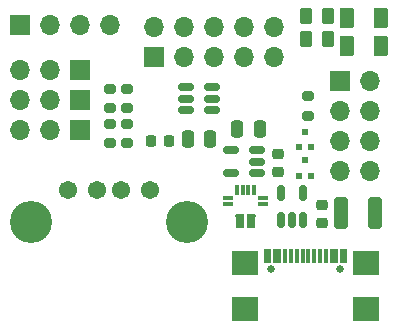
<source format=gts>
G04 #@! TF.GenerationSoftware,KiCad,Pcbnew,7.0.9*
G04 #@! TF.CreationDate,2024-02-16T12:23:22+01:00*
G04 #@! TF.ProjectId,USBussy_Current_Probe,55534275-7373-4795-9f43-757272656e74,1.0*
G04 #@! TF.SameCoordinates,Original*
G04 #@! TF.FileFunction,Soldermask,Top*
G04 #@! TF.FilePolarity,Negative*
%FSLAX46Y46*%
G04 Gerber Fmt 4.6, Leading zero omitted, Abs format (unit mm)*
G04 Created by KiCad (PCBNEW 7.0.9) date 2024-02-16 12:23:22*
%MOMM*%
%LPD*%
G01*
G04 APERTURE LIST*
G04 Aperture macros list*
%AMRoundRect*
0 Rectangle with rounded corners*
0 $1 Rounding radius*
0 $2 $3 $4 $5 $6 $7 $8 $9 X,Y pos of 4 corners*
0 Add a 4 corners polygon primitive as box body*
4,1,4,$2,$3,$4,$5,$6,$7,$8,$9,$2,$3,0*
0 Add four circle primitives for the rounded corners*
1,1,$1+$1,$2,$3*
1,1,$1+$1,$4,$5*
1,1,$1+$1,$6,$7*
1,1,$1+$1,$8,$9*
0 Add four rect primitives between the rounded corners*
20,1,$1+$1,$2,$3,$4,$5,0*
20,1,$1+$1,$4,$5,$6,$7,0*
20,1,$1+$1,$6,$7,$8,$9,0*
20,1,$1+$1,$8,$9,$2,$3,0*%
%AMRotRect*
0 Rectangle, with rotation*
0 The origin of the aperture is its center*
0 $1 length*
0 $2 width*
0 $3 Rotation angle, in degrees counterclockwise*
0 Add horizontal line*
21,1,$1,$2,0,0,$3*%
G04 Aperture macros list end*
%ADD10R,0.800000X1.070000*%
%ADD11RotRect,0.282800X0.282800X135.000000*%
%ADD12R,0.600000X0.200000*%
%ADD13R,0.850000X0.300000*%
%ADD14R,0.300000X0.850000*%
%ADD15RoundRect,0.250000X0.375000X0.625000X-0.375000X0.625000X-0.375000X-0.625000X0.375000X-0.625000X0*%
%ADD16RoundRect,0.200000X0.275000X-0.200000X0.275000X0.200000X-0.275000X0.200000X-0.275000X-0.200000X0*%
%ADD17R,1.700000X1.700000*%
%ADD18O,1.700000X1.700000*%
%ADD19C,0.650000*%
%ADD20R,0.300000X1.150000*%
%ADD21R,2.180000X2.000000*%
%ADD22R,0.500000X0.600000*%
%ADD23RoundRect,0.225000X0.225000X0.250000X-0.225000X0.250000X-0.225000X-0.250000X0.225000X-0.250000X0*%
%ADD24RoundRect,0.225000X-0.250000X0.225000X-0.250000X-0.225000X0.250000X-0.225000X0.250000X0.225000X0*%
%ADD25RoundRect,0.250000X0.250000X0.475000X-0.250000X0.475000X-0.250000X-0.475000X0.250000X-0.475000X0*%
%ADD26RoundRect,0.150000X0.512500X0.150000X-0.512500X0.150000X-0.512500X-0.150000X0.512500X-0.150000X0*%
%ADD27RoundRect,0.200000X-0.275000X0.200000X-0.275000X-0.200000X0.275000X-0.200000X0.275000X0.200000X0*%
%ADD28RoundRect,0.250000X0.262500X0.450000X-0.262500X0.450000X-0.262500X-0.450000X0.262500X-0.450000X0*%
%ADD29C,1.545000*%
%ADD30C,3.570000*%
%ADD31RoundRect,0.250000X0.325000X1.100000X-0.325000X1.100000X-0.325000X-1.100000X0.325000X-1.100000X0*%
%ADD32RoundRect,0.150000X0.150000X-0.512500X0.150000X0.512500X-0.150000X0.512500X-0.150000X-0.512500X0*%
G04 APERTURE END LIST*
D10*
X49665000Y-76631000D03*
D11*
X49465000Y-76096000D03*
D12*
X49765000Y-75996000D03*
D10*
X50665000Y-76631000D03*
D11*
X50865000Y-76096000D03*
D12*
X50565000Y-75996000D03*
D13*
X51615000Y-75081000D03*
X51615000Y-74581000D03*
D14*
X50915000Y-73881000D03*
X50415000Y-73881000D03*
X49915000Y-73881000D03*
X49415000Y-73881000D03*
D13*
X48715000Y-74581000D03*
X48715000Y-75081000D03*
D15*
X61598000Y-59309000D03*
X58798000Y-59309000D03*
D16*
X40132000Y-69938400D03*
X40132000Y-68288400D03*
D17*
X36111301Y-66265699D03*
D18*
X33571301Y-66265699D03*
X31031301Y-66265699D03*
D19*
X52355000Y-80582000D03*
X58135000Y-80582000D03*
D20*
X51895000Y-79507000D03*
X52695000Y-79507000D03*
X53995000Y-79507000D03*
X54995000Y-79507000D03*
X55495000Y-79507000D03*
X56495000Y-79507000D03*
X57795000Y-79507000D03*
X58595000Y-79507000D03*
X58295000Y-79507000D03*
X57495000Y-79507000D03*
X56995000Y-79507000D03*
X55995000Y-79507000D03*
X54495000Y-79507000D03*
X53495000Y-79507000D03*
X52995000Y-79507000D03*
X52195000Y-79507000D03*
D21*
X50135000Y-80082000D03*
X50135000Y-84012000D03*
X60355000Y-80082000D03*
X60355000Y-84012000D03*
D22*
X54694200Y-72684400D03*
X55694200Y-72684400D03*
X55194200Y-71384400D03*
D23*
X43701000Y-69723000D03*
X42151000Y-69723000D03*
D24*
X52959000Y-70853000D03*
X52959000Y-72403000D03*
D25*
X51369000Y-68707000D03*
X49469000Y-68707000D03*
D26*
X45090500Y-67117000D03*
X45090500Y-66167000D03*
X45090500Y-65217000D03*
X47365500Y-65217000D03*
X47365500Y-66167000D03*
X47365500Y-67117000D03*
X51175500Y-72451000D03*
X51175500Y-71501000D03*
X51175500Y-70551000D03*
X48900500Y-70551000D03*
X48900500Y-72451000D03*
D15*
X61598000Y-61722000D03*
X58798000Y-61722000D03*
D17*
X36111301Y-63725699D03*
D18*
X33571301Y-63725699D03*
X31031301Y-63725699D03*
D17*
X31115000Y-59944000D03*
D18*
X33655000Y-59944000D03*
X36195000Y-59944000D03*
X38735000Y-59944000D03*
D27*
X40132000Y-65316600D03*
X40132000Y-66966600D03*
D28*
X57148100Y-61112400D03*
X55323100Y-61112400D03*
X57148100Y-59182000D03*
X55323100Y-59182000D03*
D29*
X35108000Y-73888000D03*
X37608000Y-73888000D03*
X39608000Y-73888000D03*
X42108000Y-73888000D03*
D30*
X32038000Y-76598000D03*
X45178000Y-76598000D03*
D27*
X38658800Y-68288400D03*
X38658800Y-69938400D03*
D17*
X36111301Y-68805699D03*
D18*
X33571301Y-68805699D03*
X31031301Y-68805699D03*
D27*
X55499000Y-65977000D03*
X55499000Y-67627000D03*
D17*
X58166000Y-64653000D03*
D18*
X60706000Y-64653000D03*
X58166000Y-67193000D03*
X60706000Y-67193000D03*
X58166000Y-69733000D03*
X60706000Y-69733000D03*
X58166000Y-72273000D03*
X60706000Y-72273000D03*
D25*
X47178000Y-69596000D03*
X45278000Y-69596000D03*
D22*
X54694200Y-70271400D03*
X55694200Y-70271400D03*
X55194200Y-68971400D03*
D31*
X61165000Y-75819000D03*
X58215000Y-75819000D03*
D27*
X38658800Y-65316600D03*
X38658800Y-66966600D03*
D17*
X42423000Y-62616000D03*
D18*
X42423000Y-60076000D03*
X44963000Y-62616000D03*
X44963000Y-60076000D03*
X47503000Y-62616000D03*
X47503000Y-60076000D03*
X50043000Y-62616000D03*
X50043000Y-60076000D03*
X52583000Y-62616000D03*
X52583000Y-60076000D03*
D24*
X56642000Y-75171000D03*
X56642000Y-76721000D03*
D32*
X53152000Y-76448500D03*
X54102000Y-76448500D03*
X55052000Y-76448500D03*
X55052000Y-74173500D03*
X53152000Y-74173500D03*
M02*

</source>
